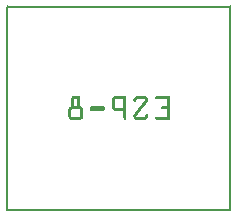
<source format=gbo>
G04 MADE WITH FRITZING*
G04 WWW.FRITZING.ORG*
G04 DOUBLE SIDED*
G04 HOLES PLATED*
G04 CONTOUR ON CENTER OF CONTOUR VECTOR*
%ASAXBY*%
%FSLAX23Y23*%
%MOIN*%
%OFA0B0*%
%SFA1.0B1.0*%
%ADD10R,0.752937X0.685177X0.736937X0.669177*%
%ADD11C,0.008000*%
%ADD12R,0.001000X0.001000*%
%LNSILK0*%
G90*
G70*
G54D11*
X4Y681D02*
X749Y681D01*
X749Y4D01*
X4Y4D01*
X4Y681D01*
D02*
G54D12*
X5Y685D02*
X8Y685D01*
X748Y685D02*
X751Y685D01*
X5Y684D02*
X8Y684D01*
X748Y684D02*
X751Y684D01*
X5Y683D02*
X8Y683D01*
X748Y683D02*
X751Y683D01*
X5Y682D02*
X8Y682D01*
X748Y682D02*
X751Y682D01*
X5Y681D02*
X8Y681D01*
X748Y681D02*
X751Y681D01*
X5Y680D02*
X8Y680D01*
X748Y680D02*
X751Y680D01*
X5Y679D02*
X8Y679D01*
X748Y679D02*
X751Y679D01*
X5Y678D02*
X8Y678D01*
X748Y678D02*
X751Y678D01*
X5Y677D02*
X8Y677D01*
X748Y677D02*
X751Y677D01*
X5Y676D02*
X8Y676D01*
X748Y676D02*
X751Y676D01*
X5Y675D02*
X8Y675D01*
X748Y675D02*
X751Y675D01*
X5Y674D02*
X8Y674D01*
X748Y674D02*
X751Y674D01*
X5Y673D02*
X8Y673D01*
X748Y673D02*
X751Y673D01*
X5Y672D02*
X8Y672D01*
X748Y672D02*
X751Y672D01*
X5Y671D02*
X8Y671D01*
X748Y671D02*
X751Y671D01*
X5Y670D02*
X8Y670D01*
X748Y670D02*
X751Y670D01*
X5Y669D02*
X8Y669D01*
X748Y669D02*
X751Y669D01*
X5Y668D02*
X8Y668D01*
X748Y668D02*
X751Y668D01*
X5Y667D02*
X8Y667D01*
X748Y667D02*
X751Y667D01*
X5Y666D02*
X8Y666D01*
X748Y666D02*
X751Y666D01*
X5Y665D02*
X8Y665D01*
X748Y665D02*
X751Y665D01*
X5Y664D02*
X8Y664D01*
X748Y664D02*
X751Y664D01*
X5Y663D02*
X8Y663D01*
X748Y663D02*
X751Y663D01*
X5Y662D02*
X8Y662D01*
X748Y662D02*
X751Y662D01*
X5Y661D02*
X8Y661D01*
X748Y661D02*
X751Y661D01*
X5Y660D02*
X8Y660D01*
X748Y660D02*
X751Y660D01*
X5Y659D02*
X8Y659D01*
X748Y659D02*
X751Y659D01*
X5Y658D02*
X8Y658D01*
X748Y658D02*
X751Y658D01*
X5Y657D02*
X8Y657D01*
X748Y657D02*
X751Y657D01*
X5Y656D02*
X8Y656D01*
X748Y656D02*
X751Y656D01*
X5Y655D02*
X8Y655D01*
X748Y655D02*
X751Y655D01*
X5Y654D02*
X8Y654D01*
X748Y654D02*
X751Y654D01*
X5Y653D02*
X8Y653D01*
X748Y653D02*
X751Y653D01*
X5Y652D02*
X8Y652D01*
X748Y652D02*
X751Y652D01*
X5Y651D02*
X8Y651D01*
X748Y651D02*
X751Y651D01*
X5Y650D02*
X8Y650D01*
X748Y650D02*
X751Y650D01*
X5Y649D02*
X8Y649D01*
X748Y649D02*
X751Y649D01*
X5Y648D02*
X8Y648D01*
X748Y648D02*
X751Y648D01*
X5Y647D02*
X8Y647D01*
X748Y647D02*
X751Y647D01*
X5Y646D02*
X8Y646D01*
X748Y646D02*
X751Y646D01*
X5Y645D02*
X8Y645D01*
X748Y645D02*
X751Y645D01*
X5Y644D02*
X8Y644D01*
X748Y644D02*
X751Y644D01*
X5Y643D02*
X8Y643D01*
X748Y643D02*
X751Y643D01*
X5Y642D02*
X8Y642D01*
X748Y642D02*
X751Y642D01*
X5Y641D02*
X8Y641D01*
X748Y641D02*
X751Y641D01*
X5Y640D02*
X8Y640D01*
X748Y640D02*
X751Y640D01*
X5Y639D02*
X8Y639D01*
X748Y639D02*
X751Y639D01*
X5Y638D02*
X8Y638D01*
X748Y638D02*
X751Y638D01*
X5Y637D02*
X8Y637D01*
X748Y637D02*
X751Y637D01*
X5Y636D02*
X8Y636D01*
X748Y636D02*
X751Y636D01*
X5Y635D02*
X8Y635D01*
X748Y635D02*
X751Y635D01*
X5Y634D02*
X8Y634D01*
X748Y634D02*
X751Y634D01*
X5Y633D02*
X8Y633D01*
X748Y633D02*
X751Y633D01*
X5Y632D02*
X8Y632D01*
X748Y632D02*
X751Y632D01*
X5Y631D02*
X8Y631D01*
X748Y631D02*
X751Y631D01*
X5Y630D02*
X8Y630D01*
X748Y630D02*
X751Y630D01*
X5Y629D02*
X8Y629D01*
X748Y629D02*
X751Y629D01*
X5Y628D02*
X8Y628D01*
X748Y628D02*
X751Y628D01*
X5Y627D02*
X8Y627D01*
X748Y627D02*
X751Y627D01*
X5Y626D02*
X8Y626D01*
X748Y626D02*
X751Y626D01*
X5Y625D02*
X8Y625D01*
X748Y625D02*
X751Y625D01*
X5Y624D02*
X8Y624D01*
X748Y624D02*
X751Y624D01*
X5Y623D02*
X8Y623D01*
X748Y623D02*
X751Y623D01*
X5Y622D02*
X8Y622D01*
X748Y622D02*
X751Y622D01*
X5Y621D02*
X8Y621D01*
X748Y621D02*
X751Y621D01*
X5Y620D02*
X8Y620D01*
X748Y620D02*
X751Y620D01*
X5Y619D02*
X8Y619D01*
X748Y619D02*
X751Y619D01*
X5Y618D02*
X8Y618D01*
X748Y618D02*
X751Y618D01*
X5Y617D02*
X8Y617D01*
X748Y617D02*
X751Y617D01*
X5Y616D02*
X8Y616D01*
X748Y616D02*
X751Y616D01*
X5Y615D02*
X8Y615D01*
X748Y615D02*
X751Y615D01*
X5Y614D02*
X8Y614D01*
X748Y614D02*
X751Y614D01*
X5Y613D02*
X8Y613D01*
X748Y613D02*
X751Y613D01*
X5Y612D02*
X8Y612D01*
X748Y612D02*
X751Y612D01*
X5Y611D02*
X8Y611D01*
X748Y611D02*
X751Y611D01*
X5Y610D02*
X8Y610D01*
X748Y610D02*
X751Y610D01*
X5Y609D02*
X8Y609D01*
X748Y609D02*
X751Y609D01*
X5Y608D02*
X8Y608D01*
X748Y608D02*
X751Y608D01*
X5Y607D02*
X8Y607D01*
X748Y607D02*
X751Y607D01*
X5Y606D02*
X8Y606D01*
X748Y606D02*
X751Y606D01*
X5Y605D02*
X8Y605D01*
X748Y605D02*
X751Y605D01*
X5Y604D02*
X8Y604D01*
X748Y604D02*
X751Y604D01*
X5Y603D02*
X8Y603D01*
X748Y603D02*
X751Y603D01*
X5Y602D02*
X8Y602D01*
X748Y602D02*
X751Y602D01*
X5Y601D02*
X8Y601D01*
X748Y601D02*
X751Y601D01*
X5Y600D02*
X8Y600D01*
X748Y600D02*
X751Y600D01*
X5Y599D02*
X8Y599D01*
X748Y599D02*
X751Y599D01*
X5Y598D02*
X8Y598D01*
X748Y598D02*
X751Y598D01*
X5Y597D02*
X8Y597D01*
X748Y597D02*
X751Y597D01*
X5Y596D02*
X8Y596D01*
X748Y596D02*
X751Y596D01*
X5Y595D02*
X8Y595D01*
X748Y595D02*
X751Y595D01*
X5Y594D02*
X8Y594D01*
X748Y594D02*
X751Y594D01*
X5Y593D02*
X8Y593D01*
X748Y593D02*
X751Y593D01*
X5Y592D02*
X8Y592D01*
X748Y592D02*
X751Y592D01*
X5Y591D02*
X8Y591D01*
X748Y591D02*
X751Y591D01*
X5Y590D02*
X8Y590D01*
X748Y590D02*
X751Y590D01*
X5Y589D02*
X8Y589D01*
X748Y589D02*
X751Y589D01*
X5Y588D02*
X8Y588D01*
X748Y588D02*
X751Y588D01*
X5Y587D02*
X8Y587D01*
X748Y587D02*
X751Y587D01*
X5Y586D02*
X8Y586D01*
X748Y586D02*
X751Y586D01*
X5Y585D02*
X8Y585D01*
X748Y585D02*
X751Y585D01*
X5Y584D02*
X8Y584D01*
X748Y584D02*
X751Y584D01*
X5Y583D02*
X8Y583D01*
X748Y583D02*
X751Y583D01*
X5Y582D02*
X8Y582D01*
X748Y582D02*
X751Y582D01*
X5Y581D02*
X8Y581D01*
X748Y581D02*
X751Y581D01*
X5Y580D02*
X8Y580D01*
X748Y580D02*
X751Y580D01*
X5Y579D02*
X8Y579D01*
X748Y579D02*
X751Y579D01*
X5Y578D02*
X8Y578D01*
X748Y578D02*
X751Y578D01*
X5Y577D02*
X8Y577D01*
X748Y577D02*
X751Y577D01*
X5Y576D02*
X8Y576D01*
X748Y576D02*
X751Y576D01*
X5Y575D02*
X8Y575D01*
X748Y575D02*
X751Y575D01*
X5Y574D02*
X8Y574D01*
X748Y574D02*
X751Y574D01*
X5Y573D02*
X8Y573D01*
X748Y573D02*
X751Y573D01*
X5Y572D02*
X8Y572D01*
X748Y572D02*
X751Y572D01*
X5Y571D02*
X8Y571D01*
X748Y571D02*
X751Y571D01*
X5Y570D02*
X8Y570D01*
X748Y570D02*
X751Y570D01*
X5Y569D02*
X8Y569D01*
X748Y569D02*
X751Y569D01*
X5Y568D02*
X8Y568D01*
X748Y568D02*
X751Y568D01*
X5Y567D02*
X8Y567D01*
X748Y567D02*
X751Y567D01*
X5Y566D02*
X8Y566D01*
X748Y566D02*
X751Y566D01*
X5Y565D02*
X8Y565D01*
X748Y565D02*
X751Y565D01*
X5Y564D02*
X8Y564D01*
X748Y564D02*
X751Y564D01*
X5Y563D02*
X8Y563D01*
X748Y563D02*
X751Y563D01*
X5Y562D02*
X8Y562D01*
X748Y562D02*
X751Y562D01*
X5Y561D02*
X8Y561D01*
X748Y561D02*
X751Y561D01*
X5Y560D02*
X8Y560D01*
X748Y560D02*
X751Y560D01*
X5Y559D02*
X8Y559D01*
X748Y559D02*
X751Y559D01*
X5Y558D02*
X8Y558D01*
X748Y558D02*
X751Y558D01*
X5Y557D02*
X8Y557D01*
X748Y557D02*
X751Y557D01*
X5Y556D02*
X8Y556D01*
X748Y556D02*
X751Y556D01*
X5Y555D02*
X8Y555D01*
X748Y555D02*
X751Y555D01*
X5Y554D02*
X8Y554D01*
X748Y554D02*
X751Y554D01*
X5Y553D02*
X8Y553D01*
X748Y553D02*
X751Y553D01*
X5Y552D02*
X8Y552D01*
X748Y552D02*
X751Y552D01*
X5Y551D02*
X8Y551D01*
X748Y551D02*
X751Y551D01*
X5Y550D02*
X8Y550D01*
X748Y550D02*
X751Y550D01*
X5Y549D02*
X8Y549D01*
X748Y549D02*
X751Y549D01*
X5Y548D02*
X8Y548D01*
X748Y548D02*
X751Y548D01*
X5Y547D02*
X8Y547D01*
X748Y547D02*
X751Y547D01*
X5Y546D02*
X8Y546D01*
X748Y546D02*
X751Y546D01*
X5Y545D02*
X8Y545D01*
X748Y545D02*
X751Y545D01*
X5Y544D02*
X8Y544D01*
X748Y544D02*
X751Y544D01*
X5Y543D02*
X8Y543D01*
X748Y543D02*
X751Y543D01*
X5Y542D02*
X8Y542D01*
X748Y542D02*
X751Y542D01*
X5Y541D02*
X8Y541D01*
X748Y541D02*
X751Y541D01*
X5Y540D02*
X8Y540D01*
X748Y540D02*
X751Y540D01*
X5Y539D02*
X8Y539D01*
X748Y539D02*
X751Y539D01*
X5Y538D02*
X8Y538D01*
X748Y538D02*
X751Y538D01*
X5Y537D02*
X8Y537D01*
X748Y537D02*
X751Y537D01*
X5Y536D02*
X8Y536D01*
X748Y536D02*
X751Y536D01*
X5Y535D02*
X8Y535D01*
X748Y535D02*
X751Y535D01*
X5Y534D02*
X8Y534D01*
X748Y534D02*
X751Y534D01*
X5Y533D02*
X8Y533D01*
X748Y533D02*
X751Y533D01*
X5Y532D02*
X8Y532D01*
X748Y532D02*
X751Y532D01*
X5Y531D02*
X8Y531D01*
X748Y531D02*
X751Y531D01*
X5Y530D02*
X8Y530D01*
X748Y530D02*
X751Y530D01*
X5Y529D02*
X8Y529D01*
X748Y529D02*
X751Y529D01*
X5Y528D02*
X8Y528D01*
X748Y528D02*
X751Y528D01*
X5Y527D02*
X8Y527D01*
X748Y527D02*
X751Y527D01*
X5Y526D02*
X8Y526D01*
X748Y526D02*
X751Y526D01*
X5Y525D02*
X8Y525D01*
X748Y525D02*
X751Y525D01*
X5Y524D02*
X8Y524D01*
X748Y524D02*
X751Y524D01*
X5Y523D02*
X8Y523D01*
X748Y523D02*
X751Y523D01*
X5Y522D02*
X8Y522D01*
X748Y522D02*
X751Y522D01*
X5Y521D02*
X8Y521D01*
X748Y521D02*
X751Y521D01*
X5Y520D02*
X8Y520D01*
X748Y520D02*
X751Y520D01*
X5Y519D02*
X8Y519D01*
X748Y519D02*
X751Y519D01*
X5Y518D02*
X8Y518D01*
X748Y518D02*
X751Y518D01*
X5Y517D02*
X8Y517D01*
X748Y517D02*
X751Y517D01*
X5Y516D02*
X8Y516D01*
X748Y516D02*
X751Y516D01*
X5Y515D02*
X8Y515D01*
X748Y515D02*
X751Y515D01*
X5Y514D02*
X8Y514D01*
X748Y514D02*
X751Y514D01*
X5Y513D02*
X8Y513D01*
X748Y513D02*
X751Y513D01*
X5Y512D02*
X8Y512D01*
X748Y512D02*
X751Y512D01*
X5Y511D02*
X8Y511D01*
X748Y511D02*
X751Y511D01*
X5Y510D02*
X8Y510D01*
X748Y510D02*
X751Y510D01*
X5Y509D02*
X8Y509D01*
X748Y509D02*
X751Y509D01*
X5Y508D02*
X8Y508D01*
X748Y508D02*
X751Y508D01*
X5Y507D02*
X8Y507D01*
X748Y507D02*
X751Y507D01*
X5Y506D02*
X8Y506D01*
X748Y506D02*
X751Y506D01*
X5Y505D02*
X8Y505D01*
X748Y505D02*
X751Y505D01*
X5Y504D02*
X8Y504D01*
X748Y504D02*
X751Y504D01*
X5Y503D02*
X8Y503D01*
X748Y503D02*
X751Y503D01*
X5Y502D02*
X8Y502D01*
X748Y502D02*
X751Y502D01*
X5Y501D02*
X8Y501D01*
X748Y501D02*
X751Y501D01*
X5Y500D02*
X8Y500D01*
X748Y500D02*
X751Y500D01*
X5Y499D02*
X8Y499D01*
X748Y499D02*
X751Y499D01*
X5Y498D02*
X8Y498D01*
X748Y498D02*
X751Y498D01*
X5Y497D02*
X8Y497D01*
X748Y497D02*
X751Y497D01*
X5Y496D02*
X8Y496D01*
X748Y496D02*
X751Y496D01*
X5Y495D02*
X8Y495D01*
X748Y495D02*
X751Y495D01*
X5Y494D02*
X8Y494D01*
X748Y494D02*
X751Y494D01*
X5Y493D02*
X8Y493D01*
X748Y493D02*
X751Y493D01*
X5Y492D02*
X8Y492D01*
X748Y492D02*
X751Y492D01*
X5Y491D02*
X8Y491D01*
X748Y491D02*
X751Y491D01*
X5Y490D02*
X8Y490D01*
X748Y490D02*
X751Y490D01*
X5Y489D02*
X8Y489D01*
X748Y489D02*
X751Y489D01*
X5Y488D02*
X8Y488D01*
X748Y488D02*
X751Y488D01*
X5Y487D02*
X8Y487D01*
X748Y487D02*
X751Y487D01*
X5Y486D02*
X8Y486D01*
X748Y486D02*
X751Y486D01*
X5Y485D02*
X8Y485D01*
X748Y485D02*
X751Y485D01*
X5Y484D02*
X8Y484D01*
X748Y484D02*
X751Y484D01*
X5Y483D02*
X8Y483D01*
X748Y483D02*
X751Y483D01*
X5Y482D02*
X8Y482D01*
X748Y482D02*
X751Y482D01*
X5Y481D02*
X8Y481D01*
X748Y481D02*
X751Y481D01*
X5Y480D02*
X8Y480D01*
X748Y480D02*
X751Y480D01*
X5Y479D02*
X8Y479D01*
X748Y479D02*
X751Y479D01*
X5Y478D02*
X8Y478D01*
X748Y478D02*
X751Y478D01*
X5Y477D02*
X8Y477D01*
X748Y477D02*
X751Y477D01*
X5Y476D02*
X8Y476D01*
X748Y476D02*
X751Y476D01*
X5Y475D02*
X8Y475D01*
X748Y475D02*
X751Y475D01*
X5Y474D02*
X8Y474D01*
X748Y474D02*
X751Y474D01*
X5Y473D02*
X8Y473D01*
X748Y473D02*
X751Y473D01*
X5Y472D02*
X8Y472D01*
X748Y472D02*
X751Y472D01*
X5Y471D02*
X8Y471D01*
X748Y471D02*
X751Y471D01*
X5Y470D02*
X8Y470D01*
X748Y470D02*
X751Y470D01*
X5Y469D02*
X8Y469D01*
X748Y469D02*
X751Y469D01*
X5Y468D02*
X8Y468D01*
X748Y468D02*
X751Y468D01*
X5Y467D02*
X8Y467D01*
X748Y467D02*
X751Y467D01*
X5Y466D02*
X8Y466D01*
X748Y466D02*
X751Y466D01*
X5Y465D02*
X8Y465D01*
X748Y465D02*
X751Y465D01*
X5Y464D02*
X8Y464D01*
X748Y464D02*
X751Y464D01*
X5Y463D02*
X8Y463D01*
X748Y463D02*
X751Y463D01*
X5Y462D02*
X8Y462D01*
X748Y462D02*
X751Y462D01*
X5Y461D02*
X8Y461D01*
X748Y461D02*
X751Y461D01*
X5Y460D02*
X8Y460D01*
X748Y460D02*
X751Y460D01*
X5Y459D02*
X8Y459D01*
X748Y459D02*
X751Y459D01*
X5Y458D02*
X8Y458D01*
X748Y458D02*
X751Y458D01*
X5Y457D02*
X8Y457D01*
X748Y457D02*
X751Y457D01*
X5Y456D02*
X8Y456D01*
X748Y456D02*
X751Y456D01*
X5Y455D02*
X8Y455D01*
X748Y455D02*
X751Y455D01*
X5Y454D02*
X8Y454D01*
X748Y454D02*
X751Y454D01*
X5Y453D02*
X8Y453D01*
X748Y453D02*
X751Y453D01*
X5Y452D02*
X8Y452D01*
X748Y452D02*
X751Y452D01*
X5Y451D02*
X8Y451D01*
X748Y451D02*
X751Y451D01*
X5Y450D02*
X8Y450D01*
X748Y450D02*
X751Y450D01*
X5Y449D02*
X8Y449D01*
X748Y449D02*
X751Y449D01*
X5Y448D02*
X8Y448D01*
X748Y448D02*
X751Y448D01*
X5Y447D02*
X8Y447D01*
X748Y447D02*
X751Y447D01*
X5Y446D02*
X8Y446D01*
X748Y446D02*
X751Y446D01*
X5Y445D02*
X8Y445D01*
X748Y445D02*
X751Y445D01*
X5Y444D02*
X8Y444D01*
X748Y444D02*
X751Y444D01*
X5Y443D02*
X8Y443D01*
X748Y443D02*
X751Y443D01*
X5Y442D02*
X8Y442D01*
X748Y442D02*
X751Y442D01*
X5Y441D02*
X8Y441D01*
X748Y441D02*
X751Y441D01*
X5Y440D02*
X8Y440D01*
X748Y440D02*
X751Y440D01*
X5Y439D02*
X8Y439D01*
X748Y439D02*
X751Y439D01*
X5Y438D02*
X8Y438D01*
X748Y438D02*
X751Y438D01*
X5Y437D02*
X8Y437D01*
X748Y437D02*
X751Y437D01*
X5Y436D02*
X8Y436D01*
X748Y436D02*
X751Y436D01*
X5Y435D02*
X8Y435D01*
X748Y435D02*
X751Y435D01*
X5Y434D02*
X8Y434D01*
X748Y434D02*
X751Y434D01*
X5Y433D02*
X8Y433D01*
X748Y433D02*
X751Y433D01*
X5Y432D02*
X8Y432D01*
X748Y432D02*
X751Y432D01*
X5Y431D02*
X8Y431D01*
X748Y431D02*
X751Y431D01*
X5Y430D02*
X8Y430D01*
X748Y430D02*
X751Y430D01*
X5Y429D02*
X8Y429D01*
X748Y429D02*
X751Y429D01*
X5Y428D02*
X8Y428D01*
X748Y428D02*
X751Y428D01*
X5Y427D02*
X8Y427D01*
X748Y427D02*
X751Y427D01*
X5Y426D02*
X8Y426D01*
X748Y426D02*
X751Y426D01*
X5Y425D02*
X8Y425D01*
X748Y425D02*
X751Y425D01*
X5Y424D02*
X8Y424D01*
X748Y424D02*
X751Y424D01*
X5Y423D02*
X8Y423D01*
X748Y423D02*
X751Y423D01*
X5Y422D02*
X8Y422D01*
X748Y422D02*
X751Y422D01*
X5Y421D02*
X8Y421D01*
X748Y421D02*
X751Y421D01*
X5Y420D02*
X8Y420D01*
X748Y420D02*
X751Y420D01*
X5Y419D02*
X8Y419D01*
X748Y419D02*
X751Y419D01*
X5Y418D02*
X8Y418D01*
X748Y418D02*
X751Y418D01*
X5Y417D02*
X8Y417D01*
X748Y417D02*
X751Y417D01*
X5Y416D02*
X8Y416D01*
X748Y416D02*
X751Y416D01*
X5Y415D02*
X8Y415D01*
X748Y415D02*
X751Y415D01*
X5Y414D02*
X8Y414D01*
X748Y414D02*
X751Y414D01*
X5Y413D02*
X8Y413D01*
X748Y413D02*
X751Y413D01*
X5Y412D02*
X8Y412D01*
X748Y412D02*
X751Y412D01*
X5Y411D02*
X8Y411D01*
X748Y411D02*
X751Y411D01*
X5Y410D02*
X8Y410D01*
X748Y410D02*
X751Y410D01*
X5Y409D02*
X8Y409D01*
X748Y409D02*
X751Y409D01*
X5Y408D02*
X8Y408D01*
X748Y408D02*
X751Y408D01*
X5Y407D02*
X8Y407D01*
X748Y407D02*
X751Y407D01*
X5Y406D02*
X8Y406D01*
X748Y406D02*
X751Y406D01*
X5Y405D02*
X8Y405D01*
X748Y405D02*
X751Y405D01*
X5Y404D02*
X8Y404D01*
X748Y404D02*
X751Y404D01*
X5Y403D02*
X8Y403D01*
X748Y403D02*
X751Y403D01*
X5Y402D02*
X8Y402D01*
X748Y402D02*
X751Y402D01*
X5Y401D02*
X8Y401D01*
X748Y401D02*
X751Y401D01*
X5Y400D02*
X8Y400D01*
X748Y400D02*
X751Y400D01*
X5Y399D02*
X8Y399D01*
X748Y399D02*
X751Y399D01*
X5Y398D02*
X8Y398D01*
X748Y398D02*
X751Y398D01*
X5Y397D02*
X8Y397D01*
X748Y397D02*
X751Y397D01*
X5Y396D02*
X8Y396D01*
X748Y396D02*
X751Y396D01*
X5Y395D02*
X8Y395D01*
X748Y395D02*
X751Y395D01*
X5Y394D02*
X8Y394D01*
X748Y394D02*
X751Y394D01*
X5Y393D02*
X8Y393D01*
X748Y393D02*
X751Y393D01*
X5Y392D02*
X8Y392D01*
X748Y392D02*
X751Y392D01*
X5Y391D02*
X8Y391D01*
X748Y391D02*
X751Y391D01*
X5Y390D02*
X8Y390D01*
X748Y390D02*
X751Y390D01*
X5Y389D02*
X8Y389D01*
X748Y389D02*
X751Y389D01*
X5Y388D02*
X8Y388D01*
X748Y388D02*
X751Y388D01*
X5Y387D02*
X8Y387D01*
X748Y387D02*
X751Y387D01*
X5Y386D02*
X8Y386D01*
X748Y386D02*
X751Y386D01*
X5Y385D02*
X8Y385D01*
X748Y385D02*
X751Y385D01*
X5Y384D02*
X8Y384D01*
X748Y384D02*
X751Y384D01*
X5Y383D02*
X8Y383D01*
X748Y383D02*
X751Y383D01*
X5Y382D02*
X8Y382D01*
X224Y382D02*
X244Y382D01*
X368Y382D02*
X402Y382D01*
X439Y382D02*
X464Y382D01*
X503Y382D02*
X547Y382D01*
X748Y382D02*
X751Y382D01*
X5Y381D02*
X8Y381D01*
X221Y381D02*
X246Y381D01*
X363Y381D02*
X402Y381D01*
X434Y381D02*
X468Y381D01*
X500Y381D02*
X547Y381D01*
X748Y381D02*
X751Y381D01*
X5Y380D02*
X8Y380D01*
X220Y380D02*
X247Y380D01*
X361Y380D02*
X402Y380D01*
X432Y380D02*
X470Y380D01*
X499Y380D02*
X547Y380D01*
X748Y380D02*
X751Y380D01*
X5Y379D02*
X8Y379D01*
X220Y379D02*
X248Y379D01*
X360Y379D02*
X402Y379D01*
X431Y379D02*
X471Y379D01*
X499Y379D02*
X547Y379D01*
X748Y379D02*
X751Y379D01*
X5Y378D02*
X8Y378D01*
X220Y378D02*
X248Y378D01*
X359Y378D02*
X402Y378D01*
X430Y378D02*
X472Y378D01*
X498Y378D02*
X547Y378D01*
X748Y378D02*
X751Y378D01*
X5Y377D02*
X8Y377D01*
X219Y377D02*
X248Y377D01*
X358Y377D02*
X402Y377D01*
X429Y377D02*
X473Y377D01*
X498Y377D02*
X547Y377D01*
X748Y377D02*
X751Y377D01*
X5Y376D02*
X8Y376D01*
X219Y376D02*
X248Y376D01*
X357Y376D02*
X402Y376D01*
X428Y376D02*
X473Y376D01*
X498Y376D02*
X547Y376D01*
X748Y376D02*
X751Y376D01*
X5Y375D02*
X8Y375D01*
X219Y375D02*
X248Y375D01*
X356Y375D02*
X402Y375D01*
X428Y375D02*
X474Y375D01*
X499Y375D02*
X547Y375D01*
X748Y375D02*
X751Y375D01*
X5Y374D02*
X8Y374D01*
X219Y374D02*
X248Y374D01*
X356Y374D02*
X402Y374D01*
X427Y374D02*
X474Y374D01*
X499Y374D02*
X547Y374D01*
X748Y374D02*
X751Y374D01*
X5Y373D02*
X8Y373D01*
X219Y373D02*
X248Y373D01*
X355Y373D02*
X402Y373D01*
X427Y373D02*
X474Y373D01*
X500Y373D02*
X547Y373D01*
X748Y373D02*
X751Y373D01*
X5Y372D02*
X8Y372D01*
X219Y372D02*
X248Y372D01*
X355Y372D02*
X402Y372D01*
X426Y372D02*
X475Y372D01*
X503Y372D02*
X547Y372D01*
X748Y372D02*
X751Y372D01*
X5Y371D02*
X8Y371D01*
X219Y371D02*
X228Y371D01*
X239Y371D02*
X248Y371D01*
X354Y371D02*
X365Y371D01*
X393Y371D02*
X402Y371D01*
X426Y371D02*
X436Y371D01*
X466Y371D02*
X475Y371D01*
X538Y371D02*
X547Y371D01*
X748Y371D02*
X751Y371D01*
X5Y370D02*
X8Y370D01*
X219Y370D02*
X228Y370D01*
X239Y370D02*
X248Y370D01*
X354Y370D02*
X364Y370D01*
X393Y370D02*
X402Y370D01*
X426Y370D02*
X435Y370D01*
X465Y370D02*
X475Y370D01*
X538Y370D02*
X547Y370D01*
X748Y370D02*
X751Y370D01*
X5Y369D02*
X8Y369D01*
X219Y369D02*
X228Y369D01*
X239Y369D02*
X248Y369D01*
X354Y369D02*
X363Y369D01*
X393Y369D02*
X402Y369D01*
X426Y369D02*
X435Y369D01*
X465Y369D02*
X475Y369D01*
X538Y369D02*
X547Y369D01*
X748Y369D02*
X751Y369D01*
X5Y368D02*
X8Y368D01*
X219Y368D02*
X228Y368D01*
X239Y368D02*
X248Y368D01*
X354Y368D02*
X363Y368D01*
X393Y368D02*
X402Y368D01*
X426Y368D02*
X435Y368D01*
X464Y368D02*
X474Y368D01*
X538Y368D02*
X547Y368D01*
X748Y368D02*
X751Y368D01*
X5Y367D02*
X8Y367D01*
X219Y367D02*
X228Y367D01*
X239Y367D02*
X248Y367D01*
X354Y367D02*
X363Y367D01*
X393Y367D02*
X402Y367D01*
X426Y367D02*
X435Y367D01*
X463Y367D02*
X474Y367D01*
X538Y367D02*
X547Y367D01*
X748Y367D02*
X751Y367D01*
X5Y366D02*
X8Y366D01*
X219Y366D02*
X228Y366D01*
X239Y366D02*
X248Y366D01*
X354Y366D02*
X363Y366D01*
X393Y366D02*
X402Y366D01*
X427Y366D02*
X434Y366D01*
X462Y366D02*
X474Y366D01*
X538Y366D02*
X547Y366D01*
X748Y366D02*
X751Y366D01*
X5Y365D02*
X8Y365D01*
X219Y365D02*
X228Y365D01*
X239Y365D02*
X248Y365D01*
X354Y365D02*
X363Y365D01*
X393Y365D02*
X402Y365D01*
X428Y365D02*
X433Y365D01*
X461Y365D02*
X473Y365D01*
X538Y365D02*
X547Y365D01*
X748Y365D02*
X751Y365D01*
X5Y364D02*
X8Y364D01*
X219Y364D02*
X228Y364D01*
X239Y364D02*
X248Y364D01*
X354Y364D02*
X363Y364D01*
X393Y364D02*
X402Y364D01*
X429Y364D02*
X432Y364D01*
X461Y364D02*
X473Y364D01*
X538Y364D02*
X547Y364D01*
X748Y364D02*
X751Y364D01*
X5Y363D02*
X8Y363D01*
X219Y363D02*
X228Y363D01*
X239Y363D02*
X248Y363D01*
X354Y363D02*
X363Y363D01*
X393Y363D02*
X402Y363D01*
X460Y363D02*
X472Y363D01*
X538Y363D02*
X547Y363D01*
X748Y363D02*
X751Y363D01*
X5Y362D02*
X8Y362D01*
X219Y362D02*
X228Y362D01*
X239Y362D02*
X248Y362D01*
X354Y362D02*
X363Y362D01*
X393Y362D02*
X402Y362D01*
X459Y362D02*
X471Y362D01*
X538Y362D02*
X547Y362D01*
X748Y362D02*
X751Y362D01*
X5Y361D02*
X8Y361D01*
X219Y361D02*
X228Y361D01*
X239Y361D02*
X248Y361D01*
X354Y361D02*
X363Y361D01*
X393Y361D02*
X402Y361D01*
X458Y361D02*
X470Y361D01*
X538Y361D02*
X547Y361D01*
X748Y361D02*
X751Y361D01*
X5Y360D02*
X8Y360D01*
X219Y360D02*
X228Y360D01*
X239Y360D02*
X248Y360D01*
X354Y360D02*
X363Y360D01*
X393Y360D02*
X402Y360D01*
X458Y360D02*
X470Y360D01*
X538Y360D02*
X547Y360D01*
X748Y360D02*
X751Y360D01*
X5Y359D02*
X8Y359D01*
X219Y359D02*
X228Y359D01*
X239Y359D02*
X248Y359D01*
X354Y359D02*
X363Y359D01*
X393Y359D02*
X402Y359D01*
X457Y359D02*
X469Y359D01*
X538Y359D02*
X547Y359D01*
X748Y359D02*
X751Y359D01*
X5Y358D02*
X8Y358D01*
X219Y358D02*
X228Y358D01*
X239Y358D02*
X248Y358D01*
X354Y358D02*
X363Y358D01*
X393Y358D02*
X402Y358D01*
X456Y358D02*
X468Y358D01*
X538Y358D02*
X547Y358D01*
X748Y358D02*
X751Y358D01*
X5Y357D02*
X8Y357D01*
X219Y357D02*
X228Y357D01*
X239Y357D02*
X248Y357D01*
X354Y357D02*
X363Y357D01*
X393Y357D02*
X402Y357D01*
X455Y357D02*
X467Y357D01*
X538Y357D02*
X547Y357D01*
X748Y357D02*
X751Y357D01*
X5Y356D02*
X8Y356D01*
X219Y356D02*
X228Y356D01*
X239Y356D02*
X248Y356D01*
X354Y356D02*
X363Y356D01*
X393Y356D02*
X402Y356D01*
X454Y356D02*
X466Y356D01*
X538Y356D02*
X547Y356D01*
X748Y356D02*
X751Y356D01*
X5Y355D02*
X8Y355D01*
X219Y355D02*
X228Y355D01*
X239Y355D02*
X248Y355D01*
X354Y355D02*
X363Y355D01*
X393Y355D02*
X402Y355D01*
X454Y355D02*
X466Y355D01*
X538Y355D02*
X547Y355D01*
X748Y355D02*
X751Y355D01*
X5Y354D02*
X8Y354D01*
X219Y354D02*
X228Y354D01*
X239Y354D02*
X248Y354D01*
X354Y354D02*
X363Y354D01*
X393Y354D02*
X402Y354D01*
X453Y354D02*
X465Y354D01*
X538Y354D02*
X547Y354D01*
X748Y354D02*
X751Y354D01*
X5Y353D02*
X8Y353D01*
X219Y353D02*
X228Y353D01*
X239Y353D02*
X248Y353D01*
X354Y353D02*
X363Y353D01*
X393Y353D02*
X402Y353D01*
X452Y353D02*
X464Y353D01*
X538Y353D02*
X547Y353D01*
X748Y353D02*
X751Y353D01*
X5Y352D02*
X8Y352D01*
X219Y352D02*
X228Y352D01*
X239Y352D02*
X248Y352D01*
X354Y352D02*
X363Y352D01*
X393Y352D02*
X402Y352D01*
X451Y352D02*
X463Y352D01*
X538Y352D02*
X547Y352D01*
X748Y352D02*
X751Y352D01*
X5Y351D02*
X8Y351D01*
X219Y351D02*
X228Y351D01*
X239Y351D02*
X248Y351D01*
X354Y351D02*
X363Y351D01*
X393Y351D02*
X402Y351D01*
X451Y351D02*
X463Y351D01*
X538Y351D02*
X547Y351D01*
X748Y351D02*
X751Y351D01*
X5Y350D02*
X8Y350D01*
X219Y350D02*
X228Y350D01*
X239Y350D02*
X248Y350D01*
X354Y350D02*
X363Y350D01*
X393Y350D02*
X402Y350D01*
X450Y350D02*
X462Y350D01*
X538Y350D02*
X547Y350D01*
X748Y350D02*
X751Y350D01*
X5Y349D02*
X8Y349D01*
X219Y349D02*
X228Y349D01*
X239Y349D02*
X248Y349D01*
X354Y349D02*
X363Y349D01*
X393Y349D02*
X402Y349D01*
X449Y349D02*
X461Y349D01*
X538Y349D02*
X547Y349D01*
X748Y349D02*
X751Y349D01*
X5Y348D02*
X8Y348D01*
X218Y348D02*
X250Y348D01*
X286Y348D02*
X326Y348D01*
X354Y348D02*
X363Y348D01*
X393Y348D02*
X402Y348D01*
X448Y348D02*
X460Y348D01*
X522Y348D02*
X547Y348D01*
X748Y348D02*
X751Y348D01*
X5Y347D02*
X8Y347D01*
X215Y347D02*
X253Y347D01*
X283Y347D02*
X328Y347D01*
X354Y347D02*
X363Y347D01*
X393Y347D02*
X402Y347D01*
X447Y347D02*
X459Y347D01*
X520Y347D02*
X547Y347D01*
X748Y347D02*
X751Y347D01*
X5Y346D02*
X8Y346D01*
X213Y346D02*
X254Y346D01*
X283Y346D02*
X329Y346D01*
X354Y346D02*
X364Y346D01*
X393Y346D02*
X402Y346D01*
X447Y346D02*
X459Y346D01*
X519Y346D02*
X547Y346D01*
X748Y346D02*
X751Y346D01*
X5Y345D02*
X8Y345D01*
X212Y345D02*
X255Y345D01*
X282Y345D02*
X330Y345D01*
X354Y345D02*
X365Y345D01*
X393Y345D02*
X402Y345D01*
X446Y345D02*
X458Y345D01*
X518Y345D02*
X547Y345D01*
X748Y345D02*
X751Y345D01*
X5Y344D02*
X8Y344D01*
X211Y344D02*
X256Y344D01*
X282Y344D02*
X330Y344D01*
X355Y344D02*
X367Y344D01*
X393Y344D02*
X402Y344D01*
X445Y344D02*
X457Y344D01*
X518Y344D02*
X547Y344D01*
X748Y344D02*
X751Y344D01*
X5Y343D02*
X8Y343D01*
X211Y343D02*
X257Y343D01*
X282Y343D02*
X330Y343D01*
X355Y343D02*
X402Y343D01*
X444Y343D02*
X456Y343D01*
X518Y343D02*
X547Y343D01*
X748Y343D02*
X751Y343D01*
X5Y342D02*
X8Y342D01*
X210Y342D02*
X257Y342D01*
X282Y342D02*
X330Y342D01*
X356Y342D02*
X402Y342D01*
X444Y342D02*
X456Y342D01*
X518Y342D02*
X547Y342D01*
X748Y342D02*
X751Y342D01*
X5Y341D02*
X8Y341D01*
X210Y341D02*
X258Y341D01*
X282Y341D02*
X330Y341D01*
X356Y341D02*
X402Y341D01*
X443Y341D02*
X455Y341D01*
X519Y341D02*
X547Y341D01*
X748Y341D02*
X751Y341D01*
X5Y340D02*
X8Y340D01*
X210Y340D02*
X258Y340D01*
X282Y340D02*
X330Y340D01*
X357Y340D02*
X402Y340D01*
X442Y340D02*
X454Y340D01*
X519Y340D02*
X547Y340D01*
X748Y340D02*
X751Y340D01*
X5Y339D02*
X8Y339D01*
X209Y339D02*
X258Y339D01*
X282Y339D02*
X330Y339D01*
X358Y339D02*
X402Y339D01*
X441Y339D02*
X453Y339D01*
X520Y339D02*
X547Y339D01*
X748Y339D02*
X751Y339D01*
X5Y338D02*
X8Y338D01*
X209Y338D02*
X219Y338D01*
X249Y338D02*
X258Y338D01*
X282Y338D02*
X330Y338D01*
X359Y338D02*
X402Y338D01*
X440Y338D02*
X452Y338D01*
X537Y338D02*
X547Y338D01*
X748Y338D02*
X751Y338D01*
X5Y337D02*
X8Y337D01*
X209Y337D02*
X218Y337D01*
X249Y337D02*
X258Y337D01*
X282Y337D02*
X330Y337D01*
X360Y337D02*
X402Y337D01*
X440Y337D02*
X452Y337D01*
X538Y337D02*
X547Y337D01*
X748Y337D02*
X751Y337D01*
X5Y336D02*
X8Y336D01*
X209Y336D02*
X218Y336D01*
X249Y336D02*
X258Y336D01*
X283Y336D02*
X329Y336D01*
X361Y336D02*
X402Y336D01*
X439Y336D02*
X451Y336D01*
X538Y336D02*
X547Y336D01*
X748Y336D02*
X751Y336D01*
X5Y335D02*
X8Y335D01*
X209Y335D02*
X218Y335D01*
X249Y335D02*
X258Y335D01*
X283Y335D02*
X328Y335D01*
X363Y335D02*
X402Y335D01*
X438Y335D02*
X450Y335D01*
X538Y335D02*
X547Y335D01*
X748Y335D02*
X751Y335D01*
X5Y334D02*
X8Y334D01*
X209Y334D02*
X218Y334D01*
X249Y334D02*
X258Y334D01*
X286Y334D02*
X326Y334D01*
X367Y334D02*
X402Y334D01*
X437Y334D02*
X449Y334D01*
X538Y334D02*
X547Y334D01*
X748Y334D02*
X751Y334D01*
X5Y333D02*
X8Y333D01*
X209Y333D02*
X218Y333D01*
X249Y333D02*
X258Y333D01*
X393Y333D02*
X402Y333D01*
X437Y333D02*
X449Y333D01*
X538Y333D02*
X547Y333D01*
X748Y333D02*
X751Y333D01*
X5Y332D02*
X8Y332D01*
X209Y332D02*
X218Y332D01*
X249Y332D02*
X258Y332D01*
X393Y332D02*
X402Y332D01*
X436Y332D02*
X448Y332D01*
X538Y332D02*
X547Y332D01*
X748Y332D02*
X751Y332D01*
X5Y331D02*
X8Y331D01*
X209Y331D02*
X218Y331D01*
X249Y331D02*
X258Y331D01*
X393Y331D02*
X402Y331D01*
X435Y331D02*
X447Y331D01*
X538Y331D02*
X547Y331D01*
X748Y331D02*
X751Y331D01*
X5Y330D02*
X8Y330D01*
X209Y330D02*
X218Y330D01*
X249Y330D02*
X258Y330D01*
X393Y330D02*
X402Y330D01*
X434Y330D02*
X446Y330D01*
X538Y330D02*
X547Y330D01*
X748Y330D02*
X751Y330D01*
X5Y329D02*
X8Y329D01*
X209Y329D02*
X218Y329D01*
X249Y329D02*
X258Y329D01*
X393Y329D02*
X402Y329D01*
X433Y329D02*
X445Y329D01*
X538Y329D02*
X547Y329D01*
X748Y329D02*
X751Y329D01*
X5Y328D02*
X8Y328D01*
X209Y328D02*
X218Y328D01*
X249Y328D02*
X258Y328D01*
X393Y328D02*
X402Y328D01*
X433Y328D02*
X445Y328D01*
X538Y328D02*
X547Y328D01*
X748Y328D02*
X751Y328D01*
X5Y327D02*
X8Y327D01*
X209Y327D02*
X218Y327D01*
X249Y327D02*
X258Y327D01*
X393Y327D02*
X402Y327D01*
X432Y327D02*
X444Y327D01*
X538Y327D02*
X547Y327D01*
X748Y327D02*
X751Y327D01*
X5Y326D02*
X8Y326D01*
X209Y326D02*
X218Y326D01*
X249Y326D02*
X258Y326D01*
X393Y326D02*
X402Y326D01*
X431Y326D02*
X443Y326D01*
X538Y326D02*
X547Y326D01*
X748Y326D02*
X751Y326D01*
X5Y325D02*
X8Y325D01*
X209Y325D02*
X218Y325D01*
X249Y325D02*
X258Y325D01*
X393Y325D02*
X402Y325D01*
X430Y325D02*
X442Y325D01*
X538Y325D02*
X547Y325D01*
X748Y325D02*
X751Y325D01*
X5Y324D02*
X8Y324D01*
X209Y324D02*
X218Y324D01*
X249Y324D02*
X258Y324D01*
X393Y324D02*
X402Y324D01*
X430Y324D02*
X442Y324D01*
X538Y324D02*
X547Y324D01*
X748Y324D02*
X751Y324D01*
X5Y323D02*
X8Y323D01*
X209Y323D02*
X218Y323D01*
X249Y323D02*
X258Y323D01*
X393Y323D02*
X402Y323D01*
X429Y323D02*
X441Y323D01*
X538Y323D02*
X547Y323D01*
X748Y323D02*
X751Y323D01*
X5Y322D02*
X8Y322D01*
X209Y322D02*
X218Y322D01*
X249Y322D02*
X258Y322D01*
X393Y322D02*
X402Y322D01*
X428Y322D02*
X440Y322D01*
X468Y322D02*
X472Y322D01*
X538Y322D02*
X547Y322D01*
X748Y322D02*
X751Y322D01*
X5Y321D02*
X8Y321D01*
X209Y321D02*
X218Y321D01*
X249Y321D02*
X258Y321D01*
X393Y321D02*
X402Y321D01*
X427Y321D02*
X439Y321D01*
X467Y321D02*
X473Y321D01*
X538Y321D02*
X547Y321D01*
X748Y321D02*
X751Y321D01*
X5Y320D02*
X8Y320D01*
X209Y320D02*
X218Y320D01*
X249Y320D02*
X258Y320D01*
X393Y320D02*
X402Y320D01*
X427Y320D02*
X439Y320D01*
X466Y320D02*
X474Y320D01*
X538Y320D02*
X547Y320D01*
X748Y320D02*
X751Y320D01*
X5Y319D02*
X8Y319D01*
X209Y319D02*
X218Y319D01*
X249Y319D02*
X258Y319D01*
X393Y319D02*
X402Y319D01*
X427Y319D02*
X438Y319D01*
X466Y319D02*
X474Y319D01*
X538Y319D02*
X547Y319D01*
X748Y319D02*
X751Y319D01*
X5Y318D02*
X8Y318D01*
X209Y318D02*
X218Y318D01*
X249Y318D02*
X258Y318D01*
X393Y318D02*
X402Y318D01*
X426Y318D02*
X437Y318D01*
X466Y318D02*
X475Y318D01*
X538Y318D02*
X547Y318D01*
X748Y318D02*
X751Y318D01*
X5Y317D02*
X8Y317D01*
X209Y317D02*
X218Y317D01*
X249Y317D02*
X258Y317D01*
X393Y317D02*
X402Y317D01*
X426Y317D02*
X436Y317D01*
X465Y317D02*
X475Y317D01*
X538Y317D02*
X547Y317D01*
X748Y317D02*
X751Y317D01*
X5Y316D02*
X8Y316D01*
X209Y316D02*
X218Y316D01*
X249Y316D02*
X258Y316D01*
X393Y316D02*
X402Y316D01*
X426Y316D02*
X435Y316D01*
X465Y316D02*
X475Y316D01*
X538Y316D02*
X547Y316D01*
X748Y316D02*
X751Y316D01*
X5Y315D02*
X8Y315D01*
X209Y315D02*
X218Y315D01*
X249Y315D02*
X258Y315D01*
X393Y315D02*
X402Y315D01*
X426Y315D02*
X435Y315D01*
X464Y315D02*
X474Y315D01*
X538Y315D02*
X547Y315D01*
X748Y315D02*
X751Y315D01*
X5Y314D02*
X8Y314D01*
X209Y314D02*
X258Y314D01*
X393Y314D02*
X402Y314D01*
X426Y314D02*
X474Y314D01*
X502Y314D02*
X547Y314D01*
X748Y314D02*
X751Y314D01*
X5Y313D02*
X8Y313D01*
X209Y313D02*
X258Y313D01*
X393Y313D02*
X402Y313D01*
X426Y313D02*
X474Y313D01*
X500Y313D02*
X547Y313D01*
X748Y313D02*
X751Y313D01*
X5Y312D02*
X8Y312D01*
X210Y312D02*
X258Y312D01*
X393Y312D02*
X402Y312D01*
X427Y312D02*
X473Y312D01*
X499Y312D02*
X547Y312D01*
X748Y312D02*
X751Y312D01*
X5Y311D02*
X8Y311D01*
X210Y311D02*
X257Y311D01*
X393Y311D02*
X402Y311D01*
X427Y311D02*
X473Y311D01*
X499Y311D02*
X547Y311D01*
X748Y311D02*
X751Y311D01*
X5Y310D02*
X8Y310D01*
X210Y310D02*
X257Y310D01*
X393Y310D02*
X402Y310D01*
X428Y310D02*
X472Y310D01*
X498Y310D02*
X547Y310D01*
X748Y310D02*
X751Y310D01*
X5Y309D02*
X8Y309D01*
X211Y309D02*
X257Y309D01*
X393Y309D02*
X402Y309D01*
X428Y309D02*
X471Y309D01*
X498Y309D02*
X547Y309D01*
X748Y309D02*
X751Y309D01*
X5Y308D02*
X8Y308D01*
X212Y308D02*
X256Y308D01*
X394Y308D02*
X402Y308D01*
X429Y308D02*
X471Y308D01*
X498Y308D02*
X547Y308D01*
X748Y308D02*
X751Y308D01*
X5Y307D02*
X8Y307D01*
X213Y307D02*
X255Y307D01*
X394Y307D02*
X402Y307D01*
X430Y307D02*
X469Y307D01*
X499Y307D02*
X547Y307D01*
X748Y307D02*
X751Y307D01*
X5Y306D02*
X8Y306D01*
X214Y306D02*
X254Y306D01*
X395Y306D02*
X401Y306D01*
X431Y306D02*
X468Y306D01*
X499Y306D02*
X547Y306D01*
X748Y306D02*
X751Y306D01*
X5Y305D02*
X8Y305D01*
X215Y305D02*
X252Y305D01*
X396Y305D02*
X400Y305D01*
X433Y305D02*
X466Y305D01*
X501Y305D02*
X547Y305D01*
X748Y305D02*
X751Y305D01*
X5Y304D02*
X8Y304D01*
X748Y304D02*
X751Y304D01*
X5Y303D02*
X8Y303D01*
X748Y303D02*
X751Y303D01*
X5Y302D02*
X8Y302D01*
X748Y302D02*
X751Y302D01*
X5Y301D02*
X8Y301D01*
X748Y301D02*
X751Y301D01*
X5Y300D02*
X8Y300D01*
X748Y300D02*
X751Y300D01*
X5Y299D02*
X8Y299D01*
X748Y299D02*
X751Y299D01*
X5Y298D02*
X8Y298D01*
X748Y298D02*
X751Y298D01*
X5Y297D02*
X8Y297D01*
X748Y297D02*
X751Y297D01*
X5Y296D02*
X8Y296D01*
X748Y296D02*
X751Y296D01*
X5Y295D02*
X8Y295D01*
X748Y295D02*
X751Y295D01*
X5Y294D02*
X8Y294D01*
X748Y294D02*
X751Y294D01*
X5Y293D02*
X8Y293D01*
X748Y293D02*
X751Y293D01*
X5Y292D02*
X8Y292D01*
X748Y292D02*
X751Y292D01*
X5Y291D02*
X8Y291D01*
X748Y291D02*
X751Y291D01*
X5Y290D02*
X8Y290D01*
X748Y290D02*
X751Y290D01*
X5Y289D02*
X8Y289D01*
X748Y289D02*
X751Y289D01*
X5Y288D02*
X8Y288D01*
X748Y288D02*
X751Y288D01*
X5Y287D02*
X8Y287D01*
X748Y287D02*
X751Y287D01*
X5Y286D02*
X8Y286D01*
X748Y286D02*
X751Y286D01*
X5Y285D02*
X8Y285D01*
X748Y285D02*
X751Y285D01*
X5Y284D02*
X8Y284D01*
X748Y284D02*
X751Y284D01*
X5Y283D02*
X8Y283D01*
X748Y283D02*
X751Y283D01*
X5Y282D02*
X8Y282D01*
X748Y282D02*
X751Y282D01*
X5Y281D02*
X8Y281D01*
X748Y281D02*
X751Y281D01*
X5Y280D02*
X8Y280D01*
X748Y280D02*
X751Y280D01*
X5Y279D02*
X8Y279D01*
X748Y279D02*
X751Y279D01*
X5Y278D02*
X8Y278D01*
X748Y278D02*
X751Y278D01*
X5Y277D02*
X8Y277D01*
X748Y277D02*
X751Y277D01*
X5Y276D02*
X8Y276D01*
X748Y276D02*
X751Y276D01*
X5Y275D02*
X8Y275D01*
X748Y275D02*
X751Y275D01*
X5Y274D02*
X8Y274D01*
X748Y274D02*
X751Y274D01*
X5Y273D02*
X8Y273D01*
X748Y273D02*
X751Y273D01*
X5Y272D02*
X8Y272D01*
X748Y272D02*
X751Y272D01*
X5Y271D02*
X8Y271D01*
X748Y271D02*
X751Y271D01*
X5Y270D02*
X8Y270D01*
X748Y270D02*
X751Y270D01*
X5Y269D02*
X8Y269D01*
X748Y269D02*
X751Y269D01*
X5Y268D02*
X8Y268D01*
X748Y268D02*
X751Y268D01*
X5Y267D02*
X8Y267D01*
X748Y267D02*
X751Y267D01*
X5Y266D02*
X8Y266D01*
X748Y266D02*
X751Y266D01*
X5Y265D02*
X8Y265D01*
X748Y265D02*
X751Y265D01*
X5Y264D02*
X8Y264D01*
X748Y264D02*
X751Y264D01*
X5Y263D02*
X8Y263D01*
X748Y263D02*
X751Y263D01*
X5Y262D02*
X8Y262D01*
X748Y262D02*
X751Y262D01*
X5Y261D02*
X8Y261D01*
X748Y261D02*
X751Y261D01*
X5Y260D02*
X8Y260D01*
X748Y260D02*
X751Y260D01*
X5Y259D02*
X8Y259D01*
X748Y259D02*
X751Y259D01*
X5Y258D02*
X8Y258D01*
X748Y258D02*
X751Y258D01*
X5Y257D02*
X8Y257D01*
X748Y257D02*
X751Y257D01*
X5Y256D02*
X8Y256D01*
X748Y256D02*
X751Y256D01*
X5Y255D02*
X8Y255D01*
X748Y255D02*
X751Y255D01*
X5Y254D02*
X8Y254D01*
X748Y254D02*
X751Y254D01*
X5Y253D02*
X8Y253D01*
X748Y253D02*
X751Y253D01*
X5Y252D02*
X8Y252D01*
X748Y252D02*
X751Y252D01*
X5Y251D02*
X8Y251D01*
X748Y251D02*
X751Y251D01*
X5Y250D02*
X8Y250D01*
X748Y250D02*
X751Y250D01*
X5Y249D02*
X8Y249D01*
X748Y249D02*
X751Y249D01*
X5Y248D02*
X8Y248D01*
X748Y248D02*
X751Y248D01*
X5Y247D02*
X8Y247D01*
X748Y247D02*
X751Y247D01*
X5Y246D02*
X8Y246D01*
X748Y246D02*
X751Y246D01*
X5Y245D02*
X8Y245D01*
X748Y245D02*
X751Y245D01*
X5Y244D02*
X8Y244D01*
X748Y244D02*
X751Y244D01*
X5Y243D02*
X8Y243D01*
X748Y243D02*
X751Y243D01*
X5Y242D02*
X8Y242D01*
X748Y242D02*
X751Y242D01*
X5Y241D02*
X8Y241D01*
X748Y241D02*
X751Y241D01*
X5Y240D02*
X8Y240D01*
X748Y240D02*
X751Y240D01*
X5Y239D02*
X8Y239D01*
X748Y239D02*
X751Y239D01*
X5Y238D02*
X8Y238D01*
X748Y238D02*
X751Y238D01*
X5Y237D02*
X8Y237D01*
X748Y237D02*
X751Y237D01*
X5Y236D02*
X8Y236D01*
X748Y236D02*
X751Y236D01*
X5Y235D02*
X8Y235D01*
X748Y235D02*
X751Y235D01*
X5Y234D02*
X8Y234D01*
X748Y234D02*
X751Y234D01*
X5Y233D02*
X8Y233D01*
X748Y233D02*
X751Y233D01*
X5Y232D02*
X8Y232D01*
X748Y232D02*
X751Y232D01*
X5Y231D02*
X8Y231D01*
X748Y231D02*
X751Y231D01*
X5Y230D02*
X8Y230D01*
X748Y230D02*
X751Y230D01*
X5Y229D02*
X8Y229D01*
X748Y229D02*
X751Y229D01*
X5Y228D02*
X8Y228D01*
X748Y228D02*
X751Y228D01*
X5Y227D02*
X8Y227D01*
X748Y227D02*
X751Y227D01*
X5Y226D02*
X8Y226D01*
X748Y226D02*
X751Y226D01*
X5Y225D02*
X8Y225D01*
X748Y225D02*
X751Y225D01*
X5Y224D02*
X8Y224D01*
X748Y224D02*
X751Y224D01*
X5Y223D02*
X8Y223D01*
X748Y223D02*
X751Y223D01*
X5Y222D02*
X8Y222D01*
X748Y222D02*
X751Y222D01*
X5Y221D02*
X8Y221D01*
X748Y221D02*
X751Y221D01*
X5Y220D02*
X8Y220D01*
X748Y220D02*
X751Y220D01*
X5Y219D02*
X8Y219D01*
X748Y219D02*
X751Y219D01*
X5Y218D02*
X8Y218D01*
X748Y218D02*
X751Y218D01*
X5Y217D02*
X8Y217D01*
X748Y217D02*
X751Y217D01*
X5Y216D02*
X8Y216D01*
X748Y216D02*
X751Y216D01*
X5Y215D02*
X8Y215D01*
X748Y215D02*
X751Y215D01*
X5Y214D02*
X8Y214D01*
X748Y214D02*
X751Y214D01*
X5Y213D02*
X8Y213D01*
X748Y213D02*
X751Y213D01*
X5Y212D02*
X8Y212D01*
X748Y212D02*
X751Y212D01*
X5Y211D02*
X8Y211D01*
X748Y211D02*
X751Y211D01*
X5Y210D02*
X8Y210D01*
X748Y210D02*
X751Y210D01*
X5Y209D02*
X8Y209D01*
X748Y209D02*
X751Y209D01*
X5Y208D02*
X8Y208D01*
X748Y208D02*
X751Y208D01*
X5Y207D02*
X8Y207D01*
X748Y207D02*
X751Y207D01*
X5Y206D02*
X8Y206D01*
X748Y206D02*
X751Y206D01*
X5Y205D02*
X8Y205D01*
X748Y205D02*
X751Y205D01*
X5Y204D02*
X8Y204D01*
X748Y204D02*
X751Y204D01*
X5Y203D02*
X8Y203D01*
X748Y203D02*
X751Y203D01*
X5Y202D02*
X8Y202D01*
X748Y202D02*
X751Y202D01*
X5Y201D02*
X8Y201D01*
X748Y201D02*
X751Y201D01*
X5Y200D02*
X8Y200D01*
X748Y200D02*
X751Y200D01*
X5Y199D02*
X8Y199D01*
X748Y199D02*
X751Y199D01*
X5Y198D02*
X8Y198D01*
X748Y198D02*
X751Y198D01*
X5Y197D02*
X8Y197D01*
X748Y197D02*
X751Y197D01*
X5Y196D02*
X8Y196D01*
X748Y196D02*
X751Y196D01*
X5Y195D02*
X8Y195D01*
X748Y195D02*
X751Y195D01*
X5Y194D02*
X8Y194D01*
X748Y194D02*
X751Y194D01*
X5Y193D02*
X8Y193D01*
X748Y193D02*
X751Y193D01*
X5Y192D02*
X8Y192D01*
X748Y192D02*
X751Y192D01*
X5Y191D02*
X8Y191D01*
X748Y191D02*
X751Y191D01*
X5Y190D02*
X8Y190D01*
X748Y190D02*
X751Y190D01*
X5Y189D02*
X8Y189D01*
X748Y189D02*
X751Y189D01*
X5Y188D02*
X8Y188D01*
X748Y188D02*
X751Y188D01*
X5Y187D02*
X8Y187D01*
X748Y187D02*
X751Y187D01*
X5Y186D02*
X8Y186D01*
X748Y186D02*
X751Y186D01*
X5Y185D02*
X8Y185D01*
X748Y185D02*
X751Y185D01*
X5Y184D02*
X8Y184D01*
X748Y184D02*
X751Y184D01*
X5Y183D02*
X8Y183D01*
X748Y183D02*
X751Y183D01*
X5Y182D02*
X8Y182D01*
X748Y182D02*
X751Y182D01*
X5Y181D02*
X8Y181D01*
X748Y181D02*
X751Y181D01*
X5Y180D02*
X8Y180D01*
X748Y180D02*
X751Y180D01*
X5Y179D02*
X8Y179D01*
X748Y179D02*
X751Y179D01*
X5Y178D02*
X8Y178D01*
X748Y178D02*
X751Y178D01*
X5Y177D02*
X8Y177D01*
X748Y177D02*
X751Y177D01*
X5Y176D02*
X8Y176D01*
X748Y176D02*
X751Y176D01*
X5Y175D02*
X8Y175D01*
X748Y175D02*
X751Y175D01*
X5Y174D02*
X8Y174D01*
X748Y174D02*
X751Y174D01*
X5Y173D02*
X8Y173D01*
X748Y173D02*
X751Y173D01*
X5Y172D02*
X8Y172D01*
X748Y172D02*
X751Y172D01*
X5Y171D02*
X8Y171D01*
X748Y171D02*
X751Y171D01*
X5Y170D02*
X8Y170D01*
X748Y170D02*
X751Y170D01*
X5Y169D02*
X8Y169D01*
X748Y169D02*
X751Y169D01*
X5Y168D02*
X8Y168D01*
X748Y168D02*
X751Y168D01*
X5Y167D02*
X8Y167D01*
X748Y167D02*
X751Y167D01*
X5Y166D02*
X8Y166D01*
X748Y166D02*
X751Y166D01*
X5Y165D02*
X8Y165D01*
X748Y165D02*
X751Y165D01*
X5Y164D02*
X8Y164D01*
X748Y164D02*
X751Y164D01*
X5Y163D02*
X8Y163D01*
X748Y163D02*
X751Y163D01*
X5Y162D02*
X8Y162D01*
X748Y162D02*
X751Y162D01*
X5Y161D02*
X8Y161D01*
X748Y161D02*
X751Y161D01*
X5Y160D02*
X8Y160D01*
X748Y160D02*
X751Y160D01*
X5Y159D02*
X8Y159D01*
X748Y159D02*
X751Y159D01*
X5Y158D02*
X8Y158D01*
X748Y158D02*
X751Y158D01*
X5Y157D02*
X8Y157D01*
X748Y157D02*
X751Y157D01*
X5Y156D02*
X8Y156D01*
X748Y156D02*
X751Y156D01*
X5Y155D02*
X8Y155D01*
X748Y155D02*
X751Y155D01*
X5Y154D02*
X8Y154D01*
X748Y154D02*
X751Y154D01*
X5Y153D02*
X8Y153D01*
X748Y153D02*
X751Y153D01*
X5Y152D02*
X8Y152D01*
X748Y152D02*
X751Y152D01*
X5Y151D02*
X8Y151D01*
X748Y151D02*
X751Y151D01*
X5Y150D02*
X8Y150D01*
X748Y150D02*
X751Y150D01*
X5Y149D02*
X8Y149D01*
X748Y149D02*
X751Y149D01*
X5Y148D02*
X8Y148D01*
X748Y148D02*
X751Y148D01*
X5Y147D02*
X8Y147D01*
X748Y147D02*
X751Y147D01*
X5Y146D02*
X8Y146D01*
X748Y146D02*
X751Y146D01*
X5Y145D02*
X8Y145D01*
X748Y145D02*
X751Y145D01*
X5Y144D02*
X8Y144D01*
X748Y144D02*
X751Y144D01*
X5Y143D02*
X8Y143D01*
X748Y143D02*
X751Y143D01*
X5Y142D02*
X8Y142D01*
X748Y142D02*
X751Y142D01*
X5Y141D02*
X8Y141D01*
X748Y141D02*
X751Y141D01*
X5Y140D02*
X8Y140D01*
X748Y140D02*
X751Y140D01*
X5Y139D02*
X8Y139D01*
X748Y139D02*
X751Y139D01*
X5Y138D02*
X8Y138D01*
X748Y138D02*
X751Y138D01*
X5Y137D02*
X8Y137D01*
X748Y137D02*
X751Y137D01*
X5Y136D02*
X8Y136D01*
X748Y136D02*
X751Y136D01*
X5Y135D02*
X8Y135D01*
X748Y135D02*
X751Y135D01*
X5Y134D02*
X8Y134D01*
X748Y134D02*
X751Y134D01*
X5Y133D02*
X8Y133D01*
X748Y133D02*
X751Y133D01*
X5Y132D02*
X8Y132D01*
X748Y132D02*
X751Y132D01*
X5Y131D02*
X8Y131D01*
X748Y131D02*
X751Y131D01*
X5Y130D02*
X8Y130D01*
X748Y130D02*
X751Y130D01*
X5Y129D02*
X8Y129D01*
X748Y129D02*
X751Y129D01*
X5Y128D02*
X8Y128D01*
X748Y128D02*
X751Y128D01*
X5Y127D02*
X8Y127D01*
X748Y127D02*
X751Y127D01*
X5Y126D02*
X8Y126D01*
X748Y126D02*
X751Y126D01*
X5Y125D02*
X8Y125D01*
X748Y125D02*
X751Y125D01*
X5Y124D02*
X8Y124D01*
X748Y124D02*
X751Y124D01*
X5Y123D02*
X8Y123D01*
X748Y123D02*
X751Y123D01*
X5Y122D02*
X8Y122D01*
X748Y122D02*
X751Y122D01*
X5Y121D02*
X8Y121D01*
X748Y121D02*
X751Y121D01*
X5Y120D02*
X8Y120D01*
X748Y120D02*
X751Y120D01*
X5Y119D02*
X8Y119D01*
X748Y119D02*
X751Y119D01*
X5Y118D02*
X8Y118D01*
X748Y118D02*
X751Y118D01*
X5Y117D02*
X8Y117D01*
X748Y117D02*
X751Y117D01*
X5Y116D02*
X8Y116D01*
X748Y116D02*
X751Y116D01*
X5Y115D02*
X8Y115D01*
X748Y115D02*
X751Y115D01*
X5Y114D02*
X8Y114D01*
X748Y114D02*
X751Y114D01*
X5Y113D02*
X8Y113D01*
X748Y113D02*
X751Y113D01*
X5Y112D02*
X8Y112D01*
X748Y112D02*
X751Y112D01*
X5Y111D02*
X8Y111D01*
X748Y111D02*
X751Y111D01*
X5Y110D02*
X8Y110D01*
X748Y110D02*
X751Y110D01*
X5Y109D02*
X8Y109D01*
X748Y109D02*
X751Y109D01*
X5Y108D02*
X8Y108D01*
X748Y108D02*
X751Y108D01*
X5Y107D02*
X8Y107D01*
X748Y107D02*
X751Y107D01*
X5Y106D02*
X8Y106D01*
X748Y106D02*
X751Y106D01*
X5Y105D02*
X8Y105D01*
X748Y105D02*
X751Y105D01*
X5Y104D02*
X8Y104D01*
X748Y104D02*
X751Y104D01*
X5Y103D02*
X8Y103D01*
X748Y103D02*
X751Y103D01*
X5Y102D02*
X8Y102D01*
X748Y102D02*
X751Y102D01*
X5Y101D02*
X8Y101D01*
X748Y101D02*
X751Y101D01*
X5Y100D02*
X8Y100D01*
X748Y100D02*
X751Y100D01*
X5Y99D02*
X8Y99D01*
X748Y99D02*
X751Y99D01*
X5Y98D02*
X8Y98D01*
X748Y98D02*
X751Y98D01*
X5Y97D02*
X8Y97D01*
X748Y97D02*
X751Y97D01*
X5Y96D02*
X8Y96D01*
X748Y96D02*
X751Y96D01*
X5Y95D02*
X8Y95D01*
X748Y95D02*
X751Y95D01*
X5Y94D02*
X8Y94D01*
X748Y94D02*
X751Y94D01*
X5Y93D02*
X8Y93D01*
X748Y93D02*
X751Y93D01*
X5Y92D02*
X8Y92D01*
X748Y92D02*
X751Y92D01*
X5Y91D02*
X8Y91D01*
X748Y91D02*
X751Y91D01*
X5Y90D02*
X8Y90D01*
X748Y90D02*
X751Y90D01*
X5Y89D02*
X8Y89D01*
X748Y89D02*
X751Y89D01*
X5Y88D02*
X8Y88D01*
X748Y88D02*
X751Y88D01*
X5Y87D02*
X8Y87D01*
X748Y87D02*
X751Y87D01*
X5Y86D02*
X8Y86D01*
X748Y86D02*
X751Y86D01*
X5Y85D02*
X8Y85D01*
X748Y85D02*
X751Y85D01*
X5Y84D02*
X8Y84D01*
X748Y84D02*
X751Y84D01*
X5Y83D02*
X8Y83D01*
X748Y83D02*
X751Y83D01*
X5Y82D02*
X8Y82D01*
X748Y82D02*
X751Y82D01*
X5Y81D02*
X8Y81D01*
X748Y81D02*
X751Y81D01*
X5Y80D02*
X8Y80D01*
X748Y80D02*
X751Y80D01*
X5Y79D02*
X8Y79D01*
X748Y79D02*
X751Y79D01*
X5Y78D02*
X8Y78D01*
X748Y78D02*
X751Y78D01*
X5Y77D02*
X8Y77D01*
X748Y77D02*
X751Y77D01*
X5Y76D02*
X8Y76D01*
X748Y76D02*
X751Y76D01*
X5Y75D02*
X8Y75D01*
X748Y75D02*
X751Y75D01*
X5Y74D02*
X8Y74D01*
X748Y74D02*
X751Y74D01*
X5Y73D02*
X8Y73D01*
X748Y73D02*
X751Y73D01*
X5Y72D02*
X8Y72D01*
X748Y72D02*
X751Y72D01*
X5Y71D02*
X8Y71D01*
X748Y71D02*
X751Y71D01*
X5Y70D02*
X8Y70D01*
X748Y70D02*
X751Y70D01*
X5Y69D02*
X8Y69D01*
X748Y69D02*
X751Y69D01*
X5Y68D02*
X8Y68D01*
X748Y68D02*
X751Y68D01*
X5Y67D02*
X8Y67D01*
X748Y67D02*
X751Y67D01*
X5Y66D02*
X8Y66D01*
X748Y66D02*
X751Y66D01*
X5Y65D02*
X8Y65D01*
X748Y65D02*
X751Y65D01*
X5Y64D02*
X8Y64D01*
X748Y64D02*
X751Y64D01*
X5Y63D02*
X8Y63D01*
X748Y63D02*
X751Y63D01*
X5Y62D02*
X8Y62D01*
X748Y62D02*
X751Y62D01*
X5Y61D02*
X8Y61D01*
X748Y61D02*
X751Y61D01*
X5Y60D02*
X8Y60D01*
X748Y60D02*
X751Y60D01*
X5Y59D02*
X8Y59D01*
X748Y59D02*
X751Y59D01*
X5Y58D02*
X8Y58D01*
X748Y58D02*
X751Y58D01*
X5Y57D02*
X8Y57D01*
X748Y57D02*
X751Y57D01*
X5Y56D02*
X8Y56D01*
X748Y56D02*
X751Y56D01*
X5Y55D02*
X8Y55D01*
X748Y55D02*
X751Y55D01*
X5Y54D02*
X8Y54D01*
X748Y54D02*
X751Y54D01*
X5Y53D02*
X8Y53D01*
X748Y53D02*
X751Y53D01*
X5Y52D02*
X8Y52D01*
X748Y52D02*
X751Y52D01*
X5Y51D02*
X8Y51D01*
X748Y51D02*
X751Y51D01*
X5Y50D02*
X8Y50D01*
X748Y50D02*
X751Y50D01*
X5Y49D02*
X8Y49D01*
X748Y49D02*
X751Y49D01*
X5Y48D02*
X8Y48D01*
X748Y48D02*
X751Y48D01*
X5Y47D02*
X8Y47D01*
X748Y47D02*
X751Y47D01*
X5Y46D02*
X8Y46D01*
X748Y46D02*
X751Y46D01*
X5Y45D02*
X8Y45D01*
X748Y45D02*
X751Y45D01*
X5Y44D02*
X8Y44D01*
X748Y44D02*
X751Y44D01*
X5Y43D02*
X8Y43D01*
X748Y43D02*
X751Y43D01*
X5Y42D02*
X8Y42D01*
X748Y42D02*
X751Y42D01*
X5Y41D02*
X8Y41D01*
X748Y41D02*
X751Y41D01*
X5Y40D02*
X8Y40D01*
X748Y40D02*
X751Y40D01*
X5Y39D02*
X8Y39D01*
X748Y39D02*
X751Y39D01*
X5Y38D02*
X8Y38D01*
X748Y38D02*
X751Y38D01*
X5Y37D02*
X8Y37D01*
X748Y37D02*
X751Y37D01*
X5Y36D02*
X8Y36D01*
X748Y36D02*
X751Y36D01*
X5Y35D02*
X8Y35D01*
X748Y35D02*
X751Y35D01*
X5Y34D02*
X8Y34D01*
X748Y34D02*
X751Y34D01*
X5Y33D02*
X8Y33D01*
X748Y33D02*
X751Y33D01*
X5Y32D02*
X8Y32D01*
X748Y32D02*
X751Y32D01*
X5Y31D02*
X8Y31D01*
X748Y31D02*
X751Y31D01*
X5Y30D02*
X8Y30D01*
X748Y30D02*
X751Y30D01*
X5Y29D02*
X8Y29D01*
X748Y29D02*
X751Y29D01*
X5Y28D02*
X8Y28D01*
X748Y28D02*
X751Y28D01*
X5Y27D02*
X8Y27D01*
X748Y27D02*
X751Y27D01*
X5Y26D02*
X8Y26D01*
X748Y26D02*
X751Y26D01*
X5Y25D02*
X8Y25D01*
X748Y25D02*
X751Y25D01*
X5Y24D02*
X8Y24D01*
X748Y24D02*
X751Y24D01*
X5Y23D02*
X8Y23D01*
X748Y23D02*
X751Y23D01*
X5Y22D02*
X8Y22D01*
X748Y22D02*
X751Y22D01*
X5Y21D02*
X8Y21D01*
X748Y21D02*
X751Y21D01*
X5Y20D02*
X8Y20D01*
X748Y20D02*
X751Y20D01*
X5Y19D02*
X8Y19D01*
X748Y19D02*
X751Y19D01*
X5Y18D02*
X8Y18D01*
X748Y18D02*
X751Y18D01*
X5Y17D02*
X8Y17D01*
X748Y17D02*
X751Y17D01*
X5Y16D02*
X8Y16D01*
X748Y16D02*
X751Y16D01*
X5Y15D02*
X8Y15D01*
X748Y15D02*
X751Y15D01*
X5Y14D02*
X8Y14D01*
X748Y14D02*
X751Y14D01*
X5Y13D02*
X8Y13D01*
X748Y13D02*
X751Y13D01*
X5Y12D02*
X8Y12D01*
X748Y12D02*
X751Y12D01*
X5Y11D02*
X8Y11D01*
X748Y11D02*
X751Y11D01*
X5Y10D02*
X8Y10D01*
X748Y10D02*
X751Y10D01*
X5Y9D02*
X8Y9D01*
X748Y9D02*
X751Y9D01*
X5Y8D02*
X8Y8D01*
X748Y8D02*
X751Y8D01*
X5Y7D02*
X8Y7D01*
X748Y7D02*
X751Y7D01*
X5Y6D02*
X8Y6D01*
X748Y6D02*
X751Y6D01*
X5Y5D02*
X751Y5D01*
X5Y4D02*
X751Y4D01*
X5Y3D02*
X751Y3D01*
X6Y2D02*
X750Y2D01*
D02*
G04 End of Silk0*
M02*
</source>
